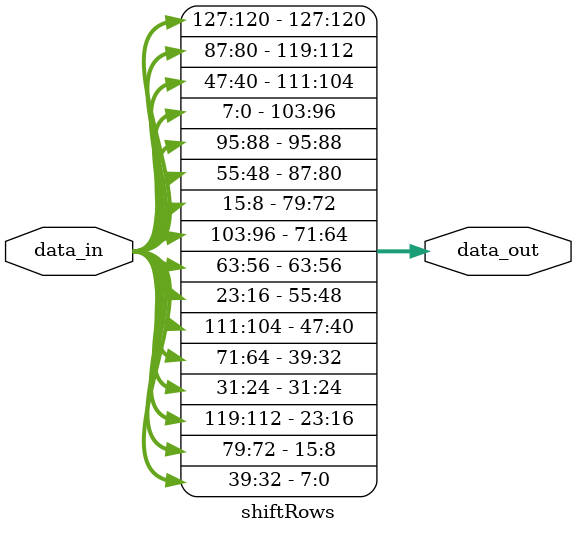
<source format=sv>
module shiftRows(
	input wire [127:0] data_in,
	output wire [127:0] data_out
);
/*
	assign data_out[7:0] = data_in[39:32]; //15
	assign data_out[15:8] = data_in[79:72];//14
	assign data_out[23:16] = data_in[119:112]; //13
	assign data_out[31:24] = data_in[31:24];//12
	assign data_out[39:32] = data_in[71:64];//11
	assign data_out[47:40] = data_in[111:104];//10
	assign data_out[55:48] = data_in[23:16]; //9
	assign data_out[63:56] = data_in[63:56];//8
	assign data_out[71:64] = data_in[103:96]; //7
	assign data_out[79:72] = data_in[15:8];//6
	assign data_out[87:80] = data_in[55:48]; //5
	assign data_out[95:88] = data_in[95:88];//4
	assign data_out[103:96] = data_in[7:0]; //3
	assign data_out[111:104] = data_in[47:40];//2
	assign data_out[119:112] = data_in[87:80]; //1
	assign data_out[127:120] = data_in[127:120];//0
*/
/*
	assign data_out[7:0] = data_in[7:0]; //0
	assign data_out[15:8] = data_in[47:40];//1
	assign data_out[23:16] = data_in[87:80]; //2
	assign data_out[31:24] = data_in[127:120];//3
	assign data_out[39:32] = data_in[39:32];//4
	assign data_out[47:40] = data_in[79:72];//5
	assign data_out[55:48] = data_in[119:112]; //6
	assign data_out[63:56] = data_in[31:24];//7
	assign data_out[71:64] = data_in[71:64]; //8
	assign data_out[79:72] = data_in[111:104];//9
	assign data_out[87:80] = data_in[23:16]; //10
	assign data_out[95:88] = data_in[63:56];//11
	assign data_out[103:96] = data_in[103:96]; //12
	assign data_out[111:104] = data_in[15:8];//13
	assign data_out[119:112] = data_in[55:48]; //14
	assign data_out[127:120] = data_in[95:88];//15
*/
assign data_out = {
	data_in[127:120],data_in[87:80],data_in[47:40],data_in[7:0],
	data_in[95:88],data_in[55:48],data_in[15:8],data_in[103:96],
	data_in[63:56],data_in[23:16],data_in[111:104],data_in[71:64],
	data_in[31:24],data_in[119:112],data_in[79:72],data_in[39:32] };
	
endmodule

</source>
